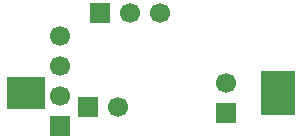
<source format=gbs>
G04 (created by PCBNEW (2013-07-07 BZR 4022)-stable) date 15/12/2014 22:10:53*
%MOIN*%
G04 Gerber Fmt 3.4, Leading zero omitted, Abs format*
%FSLAX34Y34*%
G01*
G70*
G90*
G04 APERTURE LIST*
%ADD10C,0.00590551*%
%ADD11R,0.0669291X0.0669291*%
%ADD12C,0.0669291*%
%ADD13R,0.125974X0.110274*%
%ADD14R,0.118074X0.149574*%
G04 APERTURE END LIST*
G54D10*
G54D11*
X42400Y-25100D03*
G54D12*
X42400Y-24100D03*
X42400Y-23100D03*
X42400Y-22100D03*
G54D11*
X43724Y-21349D03*
G54D12*
X44724Y-21349D03*
X45724Y-21349D03*
G54D11*
X47933Y-24673D03*
G54D12*
X47933Y-23673D03*
G54D13*
X41254Y-24000D03*
G54D14*
X49639Y-24000D03*
G54D11*
X43321Y-24463D03*
G54D12*
X44321Y-24463D03*
M02*

</source>
